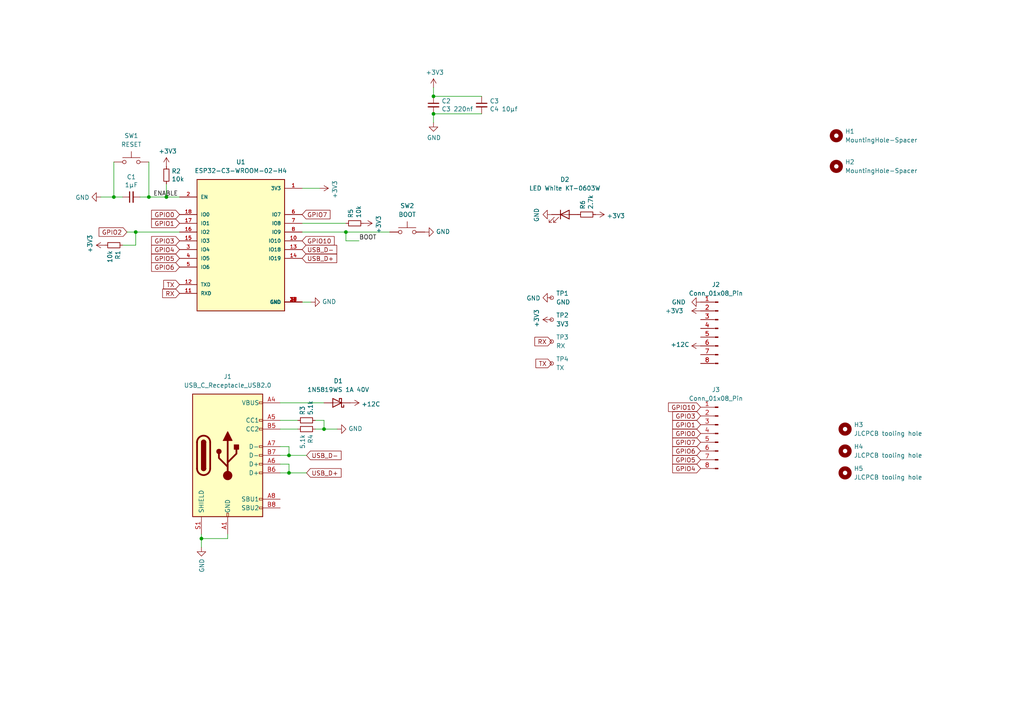
<source format=kicad_sch>
(kicad_sch (version 20230121) (generator eeschema)
  (paper "A4")
  (lib_symbols
    (symbol "Connector:Conn_01x08_Pin" (pin_names (offset 1.016) hide)
      (property "Reference" "J" (at 0 10.16 0))
      (property "Value" "Conn_01x08_Pin" (at 0 -12.7 0))
      (symbol "Conn_01x08_Pin_1_1"
        (polyline (pts (xy 1.27 -10.16) (xy 0.8636 -10.16)) (stroke (width 0.1524)))
        (polyline (pts (xy 1.27 -7.62) (xy 0.8636 -7.62)) (stroke (width 0.1524)))
        (polyline (pts (xy 1.27 -5.08) (xy 0.8636 -5.08)) (stroke (width 0.1524)))
        (polyline (pts (xy 1.27 -2.54) (xy 0.8636 -2.54)) (stroke (width 0.1524)))
        (polyline (pts (xy 1.27 0) (xy 0.8636 0)) (stroke (width 0.1524)))
        (polyline (pts (xy 1.27 2.54) (xy 0.8636 2.54)) (stroke (width 0.1524)))
        (polyline (pts (xy 1.27 5.08) (xy 0.8636 5.08)) (stroke (width 0.1524)))
        (polyline (pts (xy 1.27 7.62) (xy 0.8636 7.62)) (stroke (width 0.1524)))
        (rectangle (start 0.8636 -10.033) (end 0 -10.287) (stroke (width 0.1524)) (fill (type outline)))
        (rectangle (start 0.8636 -7.493) (end 0 -7.747) (stroke (width 0.1524)) (fill (type outline)))
        (rectangle (start 0.8636 -4.953) (end 0 -5.207) (stroke (width 0.1524)) (fill (type outline)))
        (rectangle (start 0.8636 -2.413) (end 0 -2.667) (stroke (width 0.1524)) (fill (type outline)))
        (rectangle (start 0.8636 0.127) (end 0 -0.127) (stroke (width 0.1524)) (fill (type outline)))
        (rectangle (start 0.8636 2.667) (end 0 2.413) (stroke (width 0.1524)) (fill (type outline)))
        (rectangle (start 0.8636 5.207) (end 0 4.953) (stroke (width 0.1524)) (fill (type outline)))
        (rectangle (start 0.8636 7.747) (end 0 7.493) (stroke (width 0.1524)) (fill (type outline)))
        (pin passive line (at 5.08 7.62 180) (length 3.81) (name "Pin_1") (number "1"))
        (pin passive line (at 5.08 5.08 180) (length 3.81) (name "Pin_2") (number "2"))
        (pin passive line (at 5.08 2.54 180) (length 3.81) (name "Pin_3") (number "3"))
        (pin passive line (at 5.08 0 180) (length 3.81) (name "Pin_4") (number "4"))
        (pin passive line (at 5.08 -2.54 180) (length 3.81) (name "Pin_5") (number "5"))
        (pin passive line (at 5.08 -5.08 180) (length 3.81) (name "Pin_6") (number "6"))
        (pin passive line (at 5.08 -7.62 180) (length 3.81) (name "Pin_7") (number "7"))
        (pin passive line (at 5.08 -10.16 180) (length 3.81) (name "Pin_8") (number "8"))
      )
    )
    (symbol "Connector:TestPoint_Small" (pin_numbers hide) (pin_names (offset 0.762) hide)
      (property "Reference" "TP" (at 0 3.81 0))
      (property "Value" "TestPoint_Small" (at 0 2.032 0))
      (symbol "TestPoint_Small_0_1"
        (circle (center 0 0) (radius 0.508))
      )
      (symbol "TestPoint_Small_1_1"
        (pin passive line (at 0 0 90) (length 0) (name "1") (number "1"))
      )
    )
    (symbol "Connector:USB_C_Receptacle_USB2.0" (pin_names (offset 1.016))
      (property "Reference" "J" (at -10.16 19.05 0))
      (property "Value" "USB_C_Receptacle_USB2.0" (at 19.05 19.05 0))
      (symbol "USB_C_Receptacle_USB2.0_0_0"
        (rectangle (start -0.254 -17.78) (end 0.254 -16.764))
        (rectangle (start 10.16 -14.986) (end 9.144 -15.494))
        (rectangle (start 10.16 -12.446) (end 9.144 -12.954))
        (rectangle (start 10.16 -4.826) (end 9.144 -5.334))
        (rectangle (start 10.16 -2.286) (end 9.144 -2.794))
        (rectangle (start 10.16 0.254) (end 9.144 -0.254))
        (rectangle (start 10.16 2.794) (end 9.144 2.286))
        (rectangle (start 10.16 7.874) (end 9.144 7.366))
        (rectangle (start 10.16 10.414) (end 9.144 9.906))
        (rectangle (start 10.16 15.494) (end 9.144 14.986))
      )
      (symbol "USB_C_Receptacle_USB2.0_0_1"
        (rectangle (start -10.16 17.78) (end 10.16 -17.78) (stroke (width 0.254)) (fill (type background)))
        (arc (start -8.89 -3.81) (mid -6.985 -5.7067) (end -5.08 -3.81) (stroke (width 0.508)))
        (arc (start -7.62 -3.81) (mid -6.985 -4.4423) (end -6.35 -3.81) (stroke (width 0.254)))
        (arc (start -7.62 -3.81) (mid -6.985 -4.4423) (end -6.35 -3.81) (stroke (width 0.254)) (fill (type outline)))
        (rectangle (start -7.62 -3.81) (end -6.35 3.81) (stroke (width 0.254)) (fill (type outline)))
        (arc (start -6.35 3.81) (mid -6.985 4.4423) (end -7.62 3.81) (stroke (width 0.254)))
        (arc (start -6.35 3.81) (mid -6.985 4.4423) (end -7.62 3.81) (stroke (width 0.254)) (fill (type outline)))
        (arc (start -5.08 3.81) (mid -6.985 5.7067) (end -8.89 3.81) (stroke (width 0.508)))
        (circle (center -2.54 1.143) (radius 0.635) (stroke (width 0.254)) (fill (type outline)))
        (circle (center 0 -5.842) (radius 1.27) (fill (type outline)))
        (polyline (pts (xy -8.89 -3.81) (xy -8.89 3.81)) (stroke (width 0.508)))
        (polyline (pts (xy -5.08 3.81) (xy -5.08 -3.81)) (stroke (width 0.508)))
        (polyline (pts (xy 0 -5.842) (xy 0 4.318)) (stroke (width 0.508)))
        (polyline (pts (xy 0 -3.302) (xy -2.54 -0.762) (xy -2.54 0.508)) (stroke (width 0.508)))
        (polyline (pts (xy 0 -2.032) (xy 2.54 0.508) (xy 2.54 1.778)) (stroke (width 0.508)))
        (polyline (pts (xy -1.27 4.318) (xy 0 6.858) (xy 1.27 4.318) (xy -1.27 4.318)) (stroke (width 0.254)) (fill (type outline)))
        (rectangle (start 1.905 1.778) (end 3.175 3.048) (stroke (width 0.254)) (fill (type outline)))
      )
      (symbol "USB_C_Receptacle_USB2.0_1_1"
        (pin passive line (at 0 -22.86 90) (length 5.08) (name "GND") (number "A1"))
        (pin passive line (at 0 -22.86 90) (length 5.08) hide (name "GND") (number "A12"))
        (pin passive line (at 15.24 15.24 180) (length 5.08) (name "VBUS") (number "A4"))
        (pin bidirectional line (at 15.24 10.16 180) (length 5.08) (name "CC1") (number "A5"))
        (pin bidirectional line (at 15.24 -2.54 180) (length 5.08) (name "D+") (number "A6"))
        (pin bidirectional line (at 15.24 2.54 180) (length 5.08) (name "D-") (number "A7"))
        (pin bidirectional line (at 15.24 -12.7 180) (length 5.08) (name "SBU1") (number "A8"))
        (pin passive line (at 15.24 15.24 180) (length 5.08) hide (name "VBUS") (number "A9"))
        (pin passive line (at 0 -22.86 90) (length 5.08) hide (name "GND") (number "B1"))
        (pin passive line (at 0 -22.86 90) (length 5.08) hide (name "GND") (number "B12"))
        (pin passive line (at 15.24 15.24 180) (length 5.08) hide (name "VBUS") (number "B4"))
        (pin bidirectional line (at 15.24 7.62 180) (length 5.08) (name "CC2") (number "B5"))
        (pin bidirectional line (at 15.24 -5.08 180) (length 5.08) (name "D+") (number "B6"))
        (pin bidirectional line (at 15.24 0 180) (length 5.08) (name "D-") (number "B7"))
        (pin bidirectional line (at 15.24 -15.24 180) (length 5.08) (name "SBU2") (number "B8"))
        (pin passive line (at 15.24 15.24 180) (length 5.08) hide (name "VBUS") (number "B9"))
        (pin passive line (at -7.62 -22.86 90) (length 5.08) (name "SHIELD") (number "S1"))
      )
    )
    (symbol "Device:C_Small" (pin_numbers hide) (pin_names (offset 0.254) hide)
      (property "Reference" "C" (at 0.254 1.778 0))
      (property "Value" "C_Small" (at 0.254 -2.032 0))
      (symbol "C_Small_0_1"
        (polyline (pts (xy -1.524 -0.508) (xy 1.524 -0.508)) (stroke (width 0.3302)))
        (polyline (pts (xy -1.524 0.508) (xy 1.524 0.508)) (stroke (width 0.3048)))
      )
      (symbol "C_Small_1_1"
        (pin passive line (at 0 2.54 270) (length 2.032) (name "~") (number "1"))
        (pin passive line (at 0 -2.54 90) (length 2.032) (name "~") (number "2"))
      )
    )
    (symbol "Device:D_Schottky" (pin_numbers hide) (pin_names (offset 1.016) hide)
      (property "Reference" "D" (at 0 2.54 0))
      (property "Value" "D_Schottky" (at 0 -2.54 0))
      (symbol "D_Schottky_0_1"
        (polyline (pts (xy 1.27 0) (xy -1.27 0)))
        (polyline (pts (xy 1.27 1.27) (xy 1.27 -1.27) (xy -1.27 0) (xy 1.27 1.27)) (stroke (width 0.254)))
        (polyline (pts (xy -1.905 0.635) (xy -1.905 1.27) (xy -1.27 1.27) (xy -1.27 -1.27) (xy -0.635 -1.27) (xy -0.635 -0.635)) (stroke (width 0.254)))
      )
      (symbol "D_Schottky_1_1"
        (pin passive line (at -3.81 0 0) (length 2.54) (name "K") (number "1"))
        (pin passive line (at 3.81 0 180) (length 2.54) (name "A") (number "2"))
      )
    )
    (symbol "Device:LED" (pin_numbers hide) (pin_names (offset 1.016) hide)
      (property "Reference" "D" (at 0 2.54 0))
      (property "Value" "LED" (at 0 -2.54 0))
      (symbol "LED_0_1"
        (polyline (pts (xy -1.27 -1.27) (xy -1.27 1.27)) (stroke (width 0.254)))
        (polyline (pts (xy -1.27 0) (xy 1.27 0)))
        (polyline (pts (xy 1.27 -1.27) (xy 1.27 1.27) (xy -1.27 0) (xy 1.27 -1.27)) (stroke (width 0.254)))
        (polyline (pts (xy -3.048 -0.762) (xy -4.572 -2.286) (xy -3.81 -2.286) (xy -4.572 -2.286) (xy -4.572 -1.524)))
        (polyline (pts (xy -1.778 -0.762) (xy -3.302 -2.286) (xy -2.54 -2.286) (xy -3.302 -2.286) (xy -3.302 -1.524)))
      )
      (symbol "LED_1_1"
        (pin passive line (at -3.81 0 0) (length 2.54) (name "K") (number "1"))
        (pin passive line (at 3.81 0 180) (length 2.54) (name "A") (number "2"))
      )
    )
    (symbol "Device:R_Small" (pin_numbers hide) (pin_names (offset 0.254) hide)
      (property "Reference" "R" (at 0.762 0.508 0))
      (property "Value" "R_Small" (at 0.762 -1.016 0))
      (symbol "R_Small_0_1"
        (rectangle (start -0.762 1.778) (end 0.762 -1.778) (stroke (width 0.2032)))
      )
      (symbol "R_Small_1_1"
        (pin passive line (at 0 2.54 270) (length 0.762) (name "~") (number "1"))
        (pin passive line (at 0 -2.54 90) (length 0.762) (name "~") (number "2"))
      )
    )
    (symbol "ESP32_dimmer_symbols:ESP32-C3-WROOM-02-H4" (pin_names (offset 1.016))
      (property "Reference" "U" (at -12.7 21.082 0))
      (property "Value" "ESP32-C3-WROOM-02-H4" (at -12.7 -18.542 0))
      (symbol "ESP32-C3-WROOM-02-H4_0_0"
        (rectangle (start -12.7 -17.78) (end 12.7 20.32) (stroke (width 0.254)) (fill (type background)))
        (pin power_in line (at 17.78 17.78 180) (length 5.08) (name "3V3") (number "1"))
        (pin bidirectional line (at 17.78 2.54 180) (length 5.08) (name "IO10") (number "10"))
        (pin bidirectional line (at -17.78 -12.7 0) (length 5.08) (name "RXD") (number "11"))
        (pin bidirectional line (at -17.78 -10.16 0) (length 5.08) (name "TXD") (number "12"))
        (pin bidirectional line (at 17.78 0 180) (length 5.08) (name "IO18") (number "13"))
        (pin bidirectional line (at 17.78 -2.54 180) (length 5.08) (name "IO19") (number "14"))
        (pin bidirectional line (at -17.78 2.54 0) (length 5.08) (name "IO3") (number "15"))
        (pin bidirectional line (at -17.78 5.08 0) (length 5.08) (name "IO2") (number "16"))
        (pin bidirectional line (at -17.78 7.62 0) (length 5.08) (name "IO1") (number "17"))
        (pin bidirectional line (at -17.78 10.16 0) (length 5.08) (name "IO0") (number "18"))
        (pin power_in line (at 17.78 -15.24 180) (length 5.08) (name "GND") (number "19"))
        (pin input line (at -17.78 15.24 0) (length 5.08) (name "EN") (number "2"))
        (pin power_in line (at 17.78 -15.24 180) (length 5.08) (name "GND") (number "20"))
        (pin power_in line (at 17.78 -15.24 180) (length 5.08) (name "GND") (number "21"))
        (pin power_in line (at 17.78 -15.24 180) (length 5.08) (name "GND") (number "22"))
        (pin power_in line (at 17.78 -15.24 180) (length 5.08) (name "GND") (number "23"))
        (pin power_in line (at 17.78 -15.24 180) (length 5.08) (name "GND") (number "24"))
        (pin power_in line (at 17.78 -15.24 180) (length 5.08) (name "GND") (number "25"))
        (pin power_in line (at 17.78 -15.24 180) (length 5.08) (name "GND") (number "26"))
        (pin power_in line (at 17.78 -15.24 180) (length 5.08) (name "GND") (number "27"))
        (pin power_in line (at 17.78 -15.24 180) (length 5.08) (name "GND") (number "28"))
        (pin power_in line (at 17.78 -15.24 180) (length 5.08) (name "GND") (number "29"))
        (pin bidirectional line (at -17.78 0 0) (length 5.08) (name "IO4") (number "3"))
        (pin power_in line (at 17.78 -15.24 180) (length 5.08) (name "GND") (number "30"))
        (pin power_in line (at 17.78 -15.24 180) (length 5.08) (name "GND") (number "31"))
        (pin power_in line (at 17.78 -15.24 180) (length 5.08) (name "GND") (number "32"))
        (pin power_in line (at 17.78 -15.24 180) (length 5.08) (name "GND") (number "33"))
        (pin power_in line (at 17.78 -15.24 180) (length 5.08) (name "GND") (number "34"))
        (pin power_in line (at 17.78 -15.24 180) (length 5.08) (name "GND") (number "35"))
        (pin power_in line (at 17.78 -15.24 180) (length 5.08) (name "GND") (number "36"))
        (pin power_in line (at 17.78 -15.24 180) (length 5.08) (name "GND") (number "37"))
        (pin power_in line (at 17.78 -15.24 180) (length 5.08) (name "GND") (number "38"))
        (pin power_in line (at 17.78 -15.24 180) (length 5.08) (name "GND") (number "39"))
        (pin bidirectional line (at -17.78 -2.54 0) (length 5.08) (name "IO5") (number "4"))
        (pin bidirectional line (at -17.78 -5.08 0) (length 5.08) (name "IO6") (number "5"))
        (pin bidirectional line (at 17.78 10.16 180) (length 5.08) (name "IO7") (number "6"))
        (pin bidirectional line (at 17.78 7.62 180) (length 5.08) (name "IO8") (number "7"))
        (pin bidirectional line (at 17.78 5.08 180) (length 5.08) (name "IO9") (number "8"))
        (pin power_in line (at 17.78 -15.24 180) (length 5.08) (name "GND") (number "9"))
      )
    )
    (symbol "Mechanical:MountingHole" (pin_names (offset 1.016))
      (property "Reference" "H" (at 0 5.08 0))
      (property "Value" "MountingHole" (at 0 3.175 0))
      (symbol "MountingHole_0_1"
        (circle (center 0 0) (radius 1.27) (stroke (width 1.27)))
      )
    )
    (symbol "Switch:SW_Push" (pin_numbers hide) (pin_names (offset 1.016) hide)
      (property "Reference" "SW" (at 1.27 2.54 0))
      (property "Value" "SW_Push" (at 0 -1.524 0))
      (symbol "SW_Push_0_1"
        (circle (center -2.032 0) (radius 0.508))
        (polyline (pts (xy 0 1.27) (xy 0 3.048)))
        (polyline (pts (xy 2.54 1.27) (xy -2.54 1.27)))
        (circle (center 2.032 0) (radius 0.508))
        (pin passive line (at -5.08 0 0) (length 2.54) (name "1") (number "1"))
        (pin passive line (at 5.08 0 180) (length 2.54) (name "2") (number "2"))
      )
    )
    (symbol "esp32-dimmer-slim-rescue:+3.3V-power" (power) (pin_names (offset 0))
      (property "Value" "+3.3V-power" (at 0 3.556 0))
      (symbol "+3.3V-power_0_1"
        (polyline (pts (xy -0.762 1.27) (xy 0 2.54)))
        (polyline (pts (xy 0 0) (xy 0 2.54)))
        (polyline (pts (xy 0 2.54) (xy 0.762 1.27)))
      )
      (symbol "+3.3V-power_1_1"
        (pin power_in line (at 0 0 90) (length 0) hide (name "+3V3") (number "1"))
      )
    )
    (symbol "power:+12C" (power) (pin_names (offset 0))
      (property "Value" "+12C" (at 0 3.81 0))
      (symbol "+12C_0_1"
        (polyline (pts (xy -0.762 1.27) (xy 0 2.54)))
        (polyline (pts (xy 0 0) (xy 0 2.54)))
        (polyline (pts (xy 0 2.54) (xy 0.762 1.27)))
      )
      (symbol "+12C_1_1"
        (pin power_in line (at 0 0 90) (length 0) hide (name "+12C") (number "1"))
      )
    )
    (symbol "power:+3V3" (power) (pin_names (offset 0))
      (property "Value" "+3V3" (at 0 3.556 0))
      (symbol "+3V3_0_1"
        (polyline (pts (xy -0.762 1.27) (xy 0 2.54)))
        (polyline (pts (xy 0 0) (xy 0 2.54)))
        (polyline (pts (xy 0 2.54) (xy 0.762 1.27)))
      )
      (symbol "+3V3_1_1"
        (pin power_in line (at 0 0 90) (length 0) hide (name "+3V3") (number "1"))
      )
    )
    (symbol "power:GND" (power) (pin_names (offset 0))
      (property "Value" "GND" (at 0 -3.81 0))
      (symbol "GND_0_1"
        (polyline (pts (xy 0 0) (xy 0 -1.27) (xy 1.27 -1.27) (xy 0 -2.54) (xy -1.27 -1.27) (xy 0 -1.27)))
      )
      (symbol "GND_1_1"
        (pin power_in line (at 0 0 270) (length 0) hide (name "GND") (number "1"))
      )
    )
  )
  (junction (at 93.98 124.46))
  (junction (at 125.73 27.94))
  (junction (at 100.33 67.31))
  (junction (at 33.02 57.15))
  (junction (at 83.82 137.16))
  (junction (at 39.37 67.31))
  (junction (at 58.42 156.21))
  (junction (at 43.18 57.15))
  (junction (at 48.26 57.15))
  (junction (at 125.73 33.02))
  (junction (at 83.82 132.08))
  (wire (pts (xy 93.98 121.92) (xy 93.98 124.46)))
  (wire (pts (xy 125.73 33.02) (xy 139.7 33.02)))
  (wire (pts (xy 104.14 69.85) (xy 100.33 69.85)))
  (wire (pts (xy 125.73 25.4) (xy 125.73 27.94)))
  (wire (pts (xy 87.63 64.77) (xy 100.33 64.77)))
  (wire (pts (xy 58.42 156.21) (xy 58.42 158.75)))
  (wire (pts (xy 81.28 132.08) (xy 83.82 132.08)))
  (wire (pts (xy 39.37 71.12) (xy 39.37 67.31)))
  (wire (pts (xy 100.33 67.31) (xy 113.03 67.31)))
  (wire (pts (xy 81.28 124.46) (xy 86.36 124.46)))
  (wire (pts (xy 87.63 87.63) (xy 90.17 87.63)))
  (wire (pts (xy 40.64 57.15) (xy 43.18 57.15)))
  (wire (pts (xy 81.28 121.92) (xy 86.36 121.92)))
  (wire (pts (xy 58.42 154.94) (xy 58.42 156.21)))
  (wire (pts (xy 83.82 129.54) (xy 83.82 132.08)))
  (wire (pts (xy 81.28 137.16) (xy 83.82 137.16)))
  (wire (pts (xy 43.18 57.15) (xy 48.26 57.15)))
  (wire (pts (xy 81.28 129.54) (xy 83.82 129.54)))
  (wire (pts (xy 81.28 116.84) (xy 93.98 116.84)))
  (wire (pts (xy 43.18 46.99) (xy 43.18 57.15)))
  (wire (pts (xy 125.73 35.56) (xy 125.73 33.02)))
  (wire (pts (xy 91.44 124.46) (xy 93.98 124.46)))
  (wire (pts (xy 83.82 134.62) (xy 83.82 137.16)))
  (wire (pts (xy 48.26 53.34) (xy 48.26 57.15)))
  (wire (pts (xy 39.37 67.31) (xy 52.07 67.31)))
  (wire (pts (xy 100.33 69.85) (xy 100.33 67.31)))
  (wire (pts (xy 93.98 124.46) (xy 97.79 124.46)))
  (wire (pts (xy 91.44 121.92) (xy 93.98 121.92)))
  (wire (pts (xy 66.04 154.94) (xy 66.04 156.21)))
  (wire (pts (xy 35.56 71.12) (xy 39.37 71.12)))
  (wire (pts (xy 87.63 54.61) (xy 92.71 54.61)))
  (wire (pts (xy 87.63 67.31) (xy 100.33 67.31)))
  (wire (pts (xy 33.02 57.15) (xy 35.56 57.15)))
  (wire (pts (xy 83.82 132.08) (xy 88.9 132.08)))
  (wire (pts (xy 36.83 67.31) (xy 39.37 67.31)))
  (wire (pts (xy 83.82 137.16) (xy 88.9 137.16)))
  (wire (pts (xy 29.21 57.15) (xy 33.02 57.15)))
  (wire (pts (xy 81.28 134.62) (xy 83.82 134.62)))
  (wire (pts (xy 139.7 27.94) (xy 125.73 27.94)))
  (wire (pts (xy 58.42 156.21) (xy 66.04 156.21)))
  (wire (pts (xy 33.02 46.99) (xy 33.02 57.15)))
  (wire (pts (xy 48.26 57.15) (xy 52.07 57.15)))
  (label "BOOT" (at 104.14 69.85 0))
  (label "ENABLE" (at 44.45 57.15 0))
  (global_label "TX" (shape input) (at 160.02 105.41 180) (property "Intersheetrefs" "${INTERSHEET_REFS}" (effects hide)))
  (global_label "GPIO1" (shape input) (at 203.2 123.19 180) (property "Intersheetrefs" "${INTERSHEET_REFS}" (effects hide)))
  (global_label "GPIO0" (shape input) (at 203.2 125.73 180) (property "Intersheetrefs" "${INTERSHEET_REFS}" (effects hide)))
  (global_label "GPIO3" (shape input) (at 203.2 120.65 180) (property "Intersheetrefs" "${INTERSHEET_REFS}" (effects hide)))
  (global_label "GPIO7" (shape input) (at 203.2 128.27 180) (property "Intersheetrefs" "${INTERSHEET_REFS}" (effects hide)))
  (global_label "USB_D-" (shape input) (at 87.63 72.39 0) (property "Intersheetrefs" "${INTERSHEET_REFS}" (effects hide)))
  (global_label "GPIO1" (shape input) (at 52.07 64.77 180) (property "Intersheetrefs" "${INTERSHEET_REFS}" (effects hide)))
  (global_label "GPIO0" (shape input) (at 52.07 62.23 180) (property "Intersheetrefs" "${INTERSHEET_REFS}" (effects hide)))
  (global_label "GPIO2" (shape input) (at 36.83 67.31 180) (property "Intersheetrefs" "${INTERSHEET_REFS}" (effects hide)))
  (global_label "USB_D+" (shape input) (at 87.63 74.93 0) (property "Intersheetrefs" "${INTERSHEET_REFS}" (effects hide)))
  (global_label "GPIO7" (shape input) (at 87.63 62.23 0) (property "Intersheetrefs" "${INTERSHEET_REFS}" (effects hide)))
  (global_label "USB_D-" (shape input) (at 88.9 132.08 0) (property "Intersheetrefs" "${INTERSHEET_REFS}" (effects hide)))
  (global_label "GPIO10" (shape input) (at 87.63 69.85 0) (property "Intersheetrefs" "${INTERSHEET_REFS}" (effects hide)))
  (global_label "GPIO4" (shape input) (at 203.2 135.89 180) (property "Intersheetrefs" "${INTERSHEET_REFS}" (effects hide)))
  (global_label "USB_D+" (shape input) (at 88.9 137.16 0) (property "Intersheetrefs" "${INTERSHEET_REFS}" (effects hide)))
  (global_label "TX" (shape input) (at 52.07 82.55 180) (property "Intersheetrefs" "${INTERSHEET_REFS}" (effects hide)))
  (global_label "GPIO4" (shape input) (at 52.07 72.39 180) (property "Intersheetrefs" "${INTERSHEET_REFS}" (effects hide)))
  (global_label "RX" (shape input) (at 160.02 99.06 180) (property "Intersheetrefs" "${INTERSHEET_REFS}" (effects hide)))
  (global_label "GPIO10" (shape input) (at 203.2 118.11 180) (property "Intersheetrefs" "${INTERSHEET_REFS}" (effects hide)))
  (global_label "GPIO5" (shape input) (at 203.2 133.35 180) (property "Intersheetrefs" "${INTERSHEET_REFS}" (effects hide)))
  (global_label "GPIO6" (shape input) (at 203.2 130.81 180) (property "Intersheetrefs" "${INTERSHEET_REFS}" (effects hide)))
  (global_label "RX" (shape input) (at 52.07 85.09 180) (property "Intersheetrefs" "${INTERSHEET_REFS}" (effects hide)))
  (global_label "GPIO5" (shape input) (at 52.07 74.93 180) (property "Intersheetrefs" "${INTERSHEET_REFS}" (effects hide)))
  (global_label "GPIO3" (shape input) (at 52.07 69.85 180) (property "Intersheetrefs" "${INTERSHEET_REFS}" (effects hide)))
  (global_label "GPIO6" (shape input) (at 52.07 77.47 180) (property "Intersheetrefs" "${INTERSHEET_REFS}" (effects hide)))
  (symbol (lib_id "Connector:USB_C_Receptacle_USB2.0") (at 66.04 132.08 0) (unit 1)
    (property "Reference" "J1" (at 66.04 109.22 0))
    (property "Value" "USB_C_Receptacle_USB2.0" (at 66.04 111.76 0))
    (property "Footprint" "ESP32_dimmer_footprints:CONN_TYPE-C-31-M-12" (effects hide))
    (property "Datasheet" "https://www.usb.org/sites/default/files/documents/usb_type-c.zip" (effects hide))
    (property "LCSC Part #" "C165948" (effects hide))
  )
  (symbol (lib_id "power:GND") (at 29.21 57.15 270) (unit 1)
    (property "Reference" "#PWR01" (effects hide))
    (property "Value" "GND" (at 25.9588 57.277 90) (effects (justify right)))
  )
  (symbol (lib_id "Device:C_Small") (at 139.7 30.48 0) (unit 1)
    (property "Reference" "C3" (at 142.0368 29.3116 0) (effects (justify left)))
    (property "Value" "C4 10µf" (at 142.0368 31.623 0) (effects (justify left)))
    (property "Footprint" "Capacitor_SMD:C_1206_3216Metric" (effects hide))
    (property "LCSC Part #" "C13585" (effects hide))
  )
  (symbol (lib_id "esp32-dimmer-slim-rescue:+3.3V-power") (at 125.73 25.4 0) (unit 1)
    (property "Reference" "#PWR011" (effects hide))
    (property "Value" "+3.3V" (at 126.111 21.0058 0))
  )
  (symbol (lib_id "Switch:SW_Push") (at 118.11 67.31 0) (unit 1)
    (property "Reference" "SW2" (at 118.11 59.69 0))
    (property "Value" "BOOT" (at 118.11 62.23 0))
    (property "Footprint" "ESP32_dimmer_footprints:SW_SPST_PTS810" (effects hide))
    (property "LCSC Part #" "C139797" (effects hide))
  )
  (symbol (lib_id "Mechanical:MountingHole") (at 245.11 130.81 0) (unit 1)
    (property "Reference" "H4" (at 247.65 129.54 0) (effects (justify left)))
    (property "Value" "JLCPCB tooling hole" (at 247.65 132.08 0) (effects (justify left)))
    (property "Footprint" "ESP32_dimmer_footprints:JLCPCB tooling hole" (effects hide))
  )
  (symbol (lib_id "power:+12C") (at 101.6 116.84 270) (unit 1)
    (property "Reference" "#PWR08" (effects hide))
    (property "Value" "+12C" (at 104.8258 117.221 90) (effects (justify left)))
  )
  (symbol (lib_id "Device:C_Small") (at 125.73 30.48 0) (unit 1)
    (property "Reference" "C2" (at 128.0668 29.3116 0) (effects (justify left)))
    (property "Value" "C3 220nf" (at 128.0668 31.623 0) (effects (justify left)))
    (property "Footprint" "Capacitor_SMD:C_0603_1608Metric" (effects hide))
    (property "LCSC Part #" "C21120" (effects hide))
  )
  (symbol (lib_id "esp32-dimmer-slim-rescue:+3.3V-power") (at 92.71 54.61 270) (unit 1)
    (property "Reference" "#PWR06" (effects hide))
    (property "Value" "+3.3V" (at 97.1042 54.991 0))
  )
  (symbol (lib_id "Connector:TestPoint_Small") (at 160.02 86.36 0) (unit 1)
    (property "Reference" "TP1" (at 161.29 85.09 0) (effects (justify left)))
    (property "Value" "GND" (at 161.29 87.63 0) (effects (justify left)))
    (property "Footprint" "TestPoint:TestPoint_Pad_D1.0mm" (effects hide))
  )
  (symbol (lib_id "Mechanical:MountingHole") (at 245.11 137.16 0) (unit 1)
    (property "Reference" "H5" (at 247.65 135.89 0) (effects (justify left)))
    (property "Value" "JLCPCB tooling hole" (at 247.65 138.43 0) (effects (justify left)))
    (property "Footprint" "ESP32_dimmer_footprints:JLCPCB tooling hole" (effects hide))
  )
  (symbol (lib_id "power:GND") (at 90.17 87.63 90) (unit 1)
    (property "Reference" "#PWR05" (effects hide))
    (property "Value" "GND" (at 93.4212 87.503 90) (effects (justify right)))
  )
  (symbol (lib_id "power:GND") (at 97.79 124.46 90) (unit 1)
    (property "Reference" "#PWR07" (effects hide))
    (property "Value" "GND" (at 101.0412 124.333 90) (effects (justify right)))
  )
  (symbol (lib_id "power:GND") (at 125.73 35.56 0) (unit 1)
    (property "Reference" "#PWR012" (effects hide))
    (property "Value" "GND" (at 125.857 39.9542 0))
  )
  (symbol (lib_id "Connector:TestPoint_Small") (at 160.02 105.41 0) (unit 1)
    (property "Reference" "TP4" (at 161.29 104.14 0) (effects (justify left)))
    (property "Value" "TX" (at 161.29 106.68 0) (effects (justify left)))
    (property "Footprint" "TestPoint:TestPoint_Pad_D1.0mm" (effects hide))
  )
  (symbol (lib_id "power:GND") (at 123.19 67.31 90) (unit 1)
    (property "Reference" "#PWR010" (effects hide))
    (property "Value" "GND" (at 126.4412 67.183 90) (effects (justify right)))
  )
  (symbol (lib_id "esp32-dimmer-slim-rescue:+3.3V-power") (at 105.41 64.77 270) (unit 1)
    (property "Reference" "#PWR09" (effects hide))
    (property "Value" "+3.3V" (at 109.8042 65.151 0))
  )
  (symbol (lib_id "ESP32_dimmer_symbols:ESP32-C3-WROOM-02-H4") (at 69.85 72.39 0) (unit 1)
    (property "Reference" "U1" (at 69.85 46.99 0))
    (property "Value" "ESP32-C3-WROOM-02-H4" (at 69.85 49.53 0))
    (property "Footprint" "ESP32_dimmer_footprints:MODULE_ESP32-C3-WROOM-02-H4" (effects hide))
    (property "MF" "Espressif Systems" (effects hide))
    (property "Description" "WiFi Modules (802.11) (Engineering Samples) SMD module, ESP32-C3, 4MB SPI flash, PCB antenna, -40 C +105 C" (effects hide))
    (property "MP" "ESP32-C3-WROOM-02-H4" (effects hide))
    (property "LCSC Part #" "C2934560" (effects hide))
    (property "Package" "Package" (effects hide))
    (property "Price" "None" (effects hide))
    (property "Availability" "In Stock" (effects hide))
    (property "Purchase-URL" "https://pricing.snapeda.com/search/part/ESP32-C3-WROOM-02-H4/?ref=eda" (effects hide))
  )
  (symbol (lib_id "Connector:TestPoint_Small") (at 160.02 99.06 0) (unit 1)
    (property "Reference" "TP3" (at 161.29 97.79 0) (effects (justify left)))
    (property "Value" "RX" (at 161.29 100.33 0) (effects (justify left)))
    (property "Footprint" "TestPoint:TestPoint_Pad_D1.0mm" (effects hide))
  )
  (symbol (lib_id "Connector:Conn_01x08_Pin") (at 208.28 95.25 0) (mirror y) (unit 1)
    (property "Reference" "J2" (at 207.645 82.55 0))
    (property "Value" "Conn_01x08_Pin" (at 207.645 85.09 0))
    (property "Footprint" "Connector_PinHeader_1.27mm:PinHeader_1x08_P1.27mm_Vertical_SMD_Pin1Right" (effects hide))
    (property "LCSC Part #" "C5243492" (effects hide))
  )
  (symbol (lib_id "Device:R_Small") (at 33.02 71.12 270) (unit 1)
    (property "Reference" "R1" (at 34.1884 72.6186 0) (effects (justify left)))
    (property "Value" "10k" (at 31.877 72.6186 0) (effects (justify left)))
    (property "Footprint" "Resistor_SMD:R_0603_1608Metric" (effects hide))
    (property "LCSC Part #" "C25804" (effects hide))
  )
  (symbol (lib_id "power:+3V3") (at 172.72 62.23 270) (unit 1)
    (property "Reference" "#PWR014" (effects hide))
    (property "Value" "+3V3" (at 175.9712 62.611 90) (effects (justify left)))
  )
  (symbol (lib_id "esp32-dimmer-slim-rescue:+3.3V-power") (at 30.48 71.12 90) (unit 1)
    (property "Reference" "#PWR02" (effects hide))
    (property "Value" "+3.3V" (at 26.0858 70.739 0))
  )
  (symbol (lib_id "Device:C_Small") (at 38.1 57.15 90) (unit 1)
    (property "Reference" "C1" (at 38.1 51.3334 90))
    (property "Value" "1µF" (at 38.1 53.6448 90))
    (property "Footprint" "Capacitor_SMD:C_0603_1608Metric" (effects hide))
    (property "LCSC Part #" "C15849" (effects hide))
  )
  (symbol (lib_id "Device:R_Small") (at 48.26 50.8 0) (unit 1)
    (property "Reference" "R2" (at 49.7586 49.6316 0) (effects (justify left)))
    (property "Value" "10k" (at 49.7586 51.943 0) (effects (justify left)))
    (property "Footprint" "Resistor_SMD:R_0603_1608Metric" (effects hide))
    (property "LCSC Part #" "C25804" (effects hide))
  )
  (symbol (lib_id "Device:D_Schottky") (at 97.79 116.84 180) (unit 1)
    (property "Reference" "D1" (at 98.1075 110.49 0))
    (property "Value" "1N5819WS 1A 40V" (at 98.1075 113.03 0))
    (property "Footprint" "Diode_SMD:D_SOD-323" (effects hide))
    (property "LCSC Part #" "C191023" (effects hide))
  )
  (symbol (lib_id "Mechanical:MountingHole") (at 242.57 39.37 0) (unit 1)
    (property "Reference" "H1" (at 245.11 38.1 0) (effects (justify left)))
    (property "Value" "MountingHole-Spacer" (at 245.11 40.64 0) (effects (justify left)))
    (property "Footprint" "MountingHole:MountingHole_2.5mm" (effects hide))
  )
  (symbol (lib_id "power:GND") (at 58.42 158.75 0) (unit 1)
    (property "Reference" "#PWR04" (effects hide))
    (property "Value" "GND" (at 58.547 162.0012 90) (effects (justify right)))
  )
  (symbol (lib_id "esp32-dimmer-slim-rescue:+3.3V-power") (at 48.26 48.26 0) (unit 1)
    (property "Reference" "#PWR03" (effects hide))
    (property "Value" "+3.3V" (at 48.641 43.8658 0))
  )
  (symbol (lib_id "power:+12C") (at 203.2 100.33 90) (unit 1)
    (property "Reference" "#PWR019" (effects hide))
    (property "Value" "+12C" (at 199.9742 99.949 90) (effects (justify left)))
  )
  (symbol (lib_id "Mechanical:MountingHole") (at 245.11 124.46 0) (unit 1)
    (property "Reference" "H3" (at 247.65 123.19 0) (effects (justify left)))
    (property "Value" "JLCPCB tooling hole" (at 247.65 125.73 0) (effects (justify left)))
    (property "Footprint" "ESP32_dimmer_footprints:JLCPCB tooling hole" (effects hide))
  )
  (symbol (lib_id "Switch:SW_Push") (at 38.1 46.99 0) (unit 1)
    (property "Reference" "SW1" (at 38.1 39.37 0))
    (property "Value" "RESET" (at 38.1 41.91 0))
    (property "Footprint" "ESP32_dimmer_footprints:SW_SPST_PTS810" (effects hide))
    (property "LCSC Part #" "C139797" (effects hide))
  )
  (symbol (lib_id "power:GND") (at 160.02 62.23 270) (unit 1)
    (property "Reference" "#PWR013" (effects hide))
    (property "Value" "GND" (at 155.6258 62.357 0))
  )
  (symbol (lib_id "Device:R_Small") (at 88.9 124.46 270) (unit 1)
    (property "Reference" "R4" (at 90.0684 125.9586 0) (effects (justify left)))
    (property "Value" "5.1k" (at 87.757 125.9586 0) (effects (justify left)))
    (property "Footprint" "Resistor_SMD:R_0603_1608Metric" (effects hide))
    (property "LCSC Part #" "C23186" (effects hide))
  )
  (symbol (lib_id "esp32-dimmer-slim-rescue:+3.3V-power") (at 160.02 92.71 90) (unit 1)
    (property "Reference" "#PWR017" (effects hide))
    (property "Value" "+3.3V" (at 155.6258 92.329 0))
  )
  (symbol (lib_id "Device:R_Small") (at 102.87 64.77 90) (unit 1)
    (property "Reference" "R5" (at 101.7016 63.2714 0) (effects (justify left)))
    (property "Value" "10k" (at 104.013 63.2714 0) (effects (justify left)))
    (property "Footprint" "Resistor_SMD:R_0603_1608Metric" (effects hide))
    (property "LCSC Part #" "C25804" (effects hide))
  )
  (symbol (lib_id "esp32-dimmer-slim-rescue:+3.3V-power") (at 203.2 90.17 90) (unit 1)
    (property "Reference" "#PWR018" (effects hide))
    (property "Value" "+3.3V" (at 195.58 90.17 90))
  )
  (symbol (lib_id "Device:R_Small") (at 170.18 62.23 90) (unit 1)
    (property "Reference" "R6" (at 169.0116 60.7314 0) (effects (justify left)))
    (property "Value" "2.7k" (at 171.323 60.7314 0) (effects (justify left)))
    (property "Footprint" "Resistor_SMD:R_0603_1608Metric" (effects hide))
    (property "LCSC Part #" "C13167" (effects hide))
  )
  (symbol (lib_id "power:GND") (at 203.2 87.63 270) (unit 1)
    (property "Reference" "#PWR015" (effects hide))
    (property "Value" "GND" (at 196.85 87.63 90))
  )
  (symbol (lib_id "Device:R_Small") (at 88.9 121.92 90) (unit 1)
    (property "Reference" "R3" (at 87.7316 120.4214 0) (effects (justify left)))
    (property "Value" "5.1k" (at 90.043 120.4214 0) (effects (justify left)))
    (property "Footprint" "Resistor_SMD:R_0603_1608Metric" (effects hide))
    (property "LCSC Part #" "C23186" (effects hide))
  )
  (symbol (lib_id "Connector:Conn_01x08_Pin") (at 208.28 125.73 0) (mirror y) (unit 1)
    (property "Reference" "J3" (at 207.645 113.03 0))
    (property "Value" "Conn_01x08_Pin" (at 207.645 115.57 0))
    (property "Footprint" "Connector_PinHeader_1.27mm:PinHeader_1x08_P1.27mm_Vertical_SMD_Pin1Right" (effects hide))
    (property "LCSC Part #" "C5243492" (effects hide))
  )
  (symbol (lib_id "Connector:TestPoint_Small") (at 160.02 92.71 0) (unit 1)
    (property "Reference" "TP2" (at 161.29 91.44 0) (effects (justify left)))
    (property "Value" "3V3" (at 161.29 93.98 0) (effects (justify left)))
    (property "Footprint" "TestPoint:TestPoint_Pad_D1.0mm" (effects hide))
  )
  (symbol (lib_id "power:GND") (at 160.02 86.36 270) (unit 1)
    (property "Reference" "#PWR016" (effects hide))
    (property "Value" "GND" (at 156.7688 86.487 90) (effects (justify right)))
  )
  (symbol (lib_id "Mechanical:MountingHole") (at 242.57 48.26 0) (unit 1)
    (property "Reference" "H2" (at 245.11 46.99 0) (effects (justify left)))
    (property "Value" "MountingHole-Spacer" (at 245.11 49.53 0) (effects (justify left)))
    (property "Footprint" "MountingHole:MountingHole_2.5mm" (effects hide))
  )
  (symbol (lib_id "Device:LED") (at 163.83 62.23 0) (unit 1)
    (property "Reference" "D2" (at 163.83 52.07 0))
    (property "Value" "LED White KT-0603W" (at 163.83 54.61 0))
    (property "Footprint" "LED_SMD:LED_0603_1608Metric" (effects hide))
    (property "LCSC Part #" "C2290" (effects hide))
  )
)
</source>
